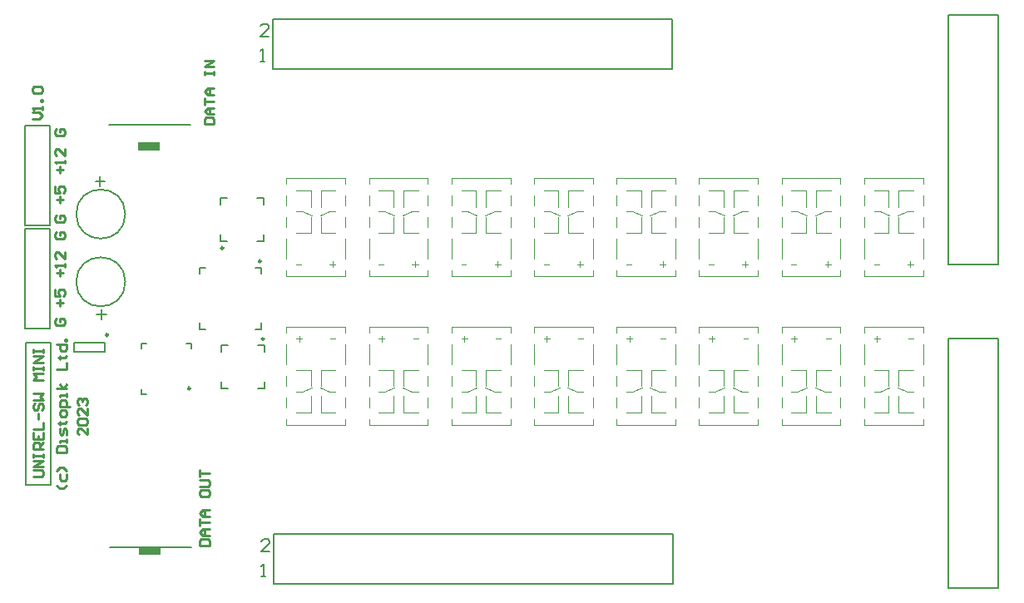
<source format=gto>
G04*
G04 #@! TF.GenerationSoftware,Altium Limited,Altium Designer,20.0.9 (164)*
G04*
G04 Layer_Color=65535*
%FSLAX25Y25*%
%MOIN*%
G70*
G01*
G75*
%ADD10C,0.00984*%
%ADD11C,0.00787*%
%ADD12C,0.00394*%
%ADD13C,0.01000*%
%ADD14C,0.00800*%
G36*
X55118Y8661D02*
X46457D01*
Y11811D01*
X55118D01*
Y8661D01*
D02*
G37*
G36*
X54724Y170866D02*
X46063D01*
Y174016D01*
X54724D01*
Y170866D01*
D02*
G37*
D10*
X34055Y96850D02*
G03*
X34055Y96850I-492J0D01*
G01*
X95374Y126378D02*
G03*
X95374Y126378I-492J0D01*
G01*
X96555Y95276D02*
G03*
X96555Y95276I-492J0D01*
G01*
X80217Y131693D02*
G03*
X80217Y131693I-492J0D01*
G01*
X67028Y75394D02*
G03*
X67028Y75394I-492J0D01*
G01*
D11*
X40945Y118110D02*
G03*
X40945Y118110I-9843J0D01*
G01*
Y145276D02*
G03*
X40945Y145276I-9843J0D01*
G01*
X34252Y181102D02*
X66929D01*
X34646Y11811D02*
X67323D01*
X1181Y36614D02*
X3543D01*
X1181D02*
Y80709D01*
Y36614D02*
X11024D01*
Y87795D01*
Y93701D01*
X1181D02*
X11024D01*
X1181Y80709D02*
Y93701D01*
X47441Y93307D02*
X49409D01*
X47441Y91339D02*
Y93307D01*
Y73228D02*
X49409D01*
X47441D02*
Y75197D01*
X67520Y91339D02*
Y93307D01*
X65551D02*
X67520D01*
X20276Y93701D02*
X32874Y93701D01*
X20276Y90158D02*
X32874Y90158D01*
Y93701D01*
X20276Y90158D02*
Y93701D01*
X100512Y-3032D02*
X260512D01*
X100512Y16969D02*
X260512D01*
X100512Y-3032D02*
Y16969D01*
X260512Y-3032D02*
Y16969D01*
X92913Y123819D02*
X95473D01*
Y121260D02*
Y123819D01*
Y101575D02*
X95473Y99016D01*
X92913D02*
X95473D01*
X70669D02*
X73228D01*
X70669D02*
Y101575D01*
Y123819D02*
X73228Y123819D01*
X70669Y121260D02*
Y123819D01*
X390827Y3051D02*
X390827Y95551D01*
X370827Y3051D02*
Y95551D01*
Y-4449D02*
Y3051D01*
Y-4449D02*
X390827Y-4449D01*
Y3051D01*
X370827Y95551D02*
X390827Y95551D01*
X260118Y203504D02*
X260118Y223504D01*
X100118Y223504D02*
X100118Y203504D01*
X100118Y223504D02*
X260118Y223504D01*
X100118Y203504D02*
X260118D01*
X370827Y124921D02*
X390827D01*
X370827Y224921D02*
X370827Y217421D01*
X370827Y224921D02*
X390827D01*
Y217421D02*
Y224921D01*
X390827Y124921D02*
X390827Y217421D01*
X370827D02*
X370827Y124921D01*
X93996Y92716D02*
X96653D01*
Y90059D02*
Y92716D01*
X96653Y75394D02*
X96653Y78051D01*
X93996Y75394D02*
X96653Y75394D01*
X79331Y75394D02*
X81988D01*
X79331Y78051D02*
X79331Y75394D01*
Y92716D02*
X81988D01*
X79331Y90059D02*
Y92716D01*
X79134Y134252D02*
X81791Y134252D01*
X79134Y134252D02*
Y136909D01*
Y148917D02*
X79134Y151575D01*
X81791Y151575D01*
X93799D02*
X96457Y151575D01*
Y148917D02*
Y151575D01*
X93799Y134252D02*
X96457D01*
X96457Y136909D02*
X96457Y134252D01*
X905Y140669D02*
X10905D01*
X905D02*
X905Y180669D01*
X10905D02*
X10905Y140669D01*
X905Y180669D02*
X10905D01*
X905Y99331D02*
X10905D01*
X905D02*
Y139331D01*
X10905Y99331D02*
Y139331D01*
X905D02*
X10905D01*
X31298Y107087D02*
Y103151D01*
X33266Y105119D02*
X29330D01*
X30907Y156299D02*
Y160235D01*
X28939Y158267D02*
X32874D01*
D12*
X303937Y100000D02*
X327559D01*
X307874Y95276D02*
X310236D01*
X309055Y94095D02*
Y96457D01*
X321654Y95276D02*
X323622D01*
X307874Y82677D02*
X313779D01*
Y76378D02*
Y82677D01*
X307874Y74016D02*
X310236Y74016D01*
X314150Y75647D01*
X307874Y65748D02*
X313779D01*
Y72441D01*
X317717Y65748D02*
Y72441D01*
Y65748D02*
X323622D01*
X317346Y75647D02*
X321260Y74016D01*
X323622Y74016D01*
X317717Y76378D02*
Y82677D01*
X323622D01*
X303937Y60630D02*
X327559D01*
Y97638D02*
Y100000D01*
X327559Y85039D02*
X327559Y92913D01*
Y76378D02*
Y80315D01*
X327559Y67716D02*
X327559Y71653D01*
Y60630D02*
Y62992D01*
X303937Y60630D02*
Y62992D01*
Y67716D02*
Y71653D01*
Y76378D02*
Y80315D01*
Y85039D02*
Y92913D01*
Y97638D02*
Y100000D01*
X270866D02*
X294488D01*
X274803Y95276D02*
X277165D01*
X275984Y94095D02*
Y96457D01*
X288583Y95276D02*
X290551D01*
X274803Y82677D02*
X280709D01*
Y76378D02*
Y82677D01*
X274803Y74016D02*
X277165Y74016D01*
X281079Y75647D01*
X274803Y65748D02*
X280709D01*
Y72441D01*
X284646Y65748D02*
Y72441D01*
Y65748D02*
X290551D01*
X284275Y75647D02*
X288189Y74016D01*
X290551Y74016D01*
X284646Y76378D02*
Y82677D01*
X290551D01*
X270866Y60630D02*
X294488D01*
Y97638D02*
Y100000D01*
X294488Y85039D02*
X294488Y92913D01*
Y76378D02*
Y80315D01*
X294488Y67716D02*
X294488Y71653D01*
Y60630D02*
Y62992D01*
X270866Y60630D02*
Y62992D01*
Y67716D02*
Y71653D01*
Y76378D02*
Y80315D01*
Y85039D02*
Y92913D01*
Y97638D02*
Y100000D01*
X237795Y100000D02*
X261417D01*
X241732Y95276D02*
X244094D01*
X242913Y94095D02*
Y96457D01*
X255512Y95276D02*
X257480D01*
X241732Y82677D02*
X247638D01*
X247638Y76378D02*
X247638Y82677D01*
X241732Y74016D02*
X244094Y74016D01*
X248008Y75647D01*
X241732Y65748D02*
X247638D01*
X247638Y72441D02*
X247638Y65748D01*
X251575D02*
X251575Y72441D01*
X251575Y65748D02*
X257480D01*
X251204Y75647D02*
X255118Y74016D01*
X257480Y74016D01*
X251575Y76378D02*
Y82677D01*
X257480D01*
X237795Y60630D02*
X261417D01*
Y97638D02*
Y100000D01*
Y85039D02*
Y92913D01*
Y76378D02*
Y80315D01*
Y67716D02*
Y71653D01*
Y60630D02*
Y62992D01*
X237795Y60630D02*
Y62992D01*
X237795Y71653D02*
X237795Y67716D01*
X237795Y76378D02*
Y80315D01*
X237795Y92913D02*
X237795Y85039D01*
X237795Y97638D02*
Y100000D01*
X204724Y100000D02*
X228346D01*
X208661Y95276D02*
X211024D01*
X209842Y94095D02*
Y96457D01*
X222441Y95276D02*
X224410D01*
X208661Y82677D02*
X214567D01*
Y76378D02*
Y82677D01*
X208661Y74016D02*
X211024Y74016D01*
X214937Y75647D01*
X208661Y65748D02*
X214567D01*
Y72441D01*
X218504Y65748D02*
Y72441D01*
Y65748D02*
X224410D01*
X218134Y75647D02*
X222047Y74016D01*
X224410Y74016D01*
X218504Y76378D02*
Y82677D01*
X224410D01*
X204724Y60630D02*
X228346D01*
Y97638D02*
Y100000D01*
X228346Y85039D02*
X228346Y92913D01*
Y76378D02*
Y80315D01*
X228346Y67716D02*
X228346Y71653D01*
Y60630D02*
Y62992D01*
X204724Y60630D02*
Y62992D01*
Y67716D02*
Y71653D01*
Y76378D02*
Y80315D01*
Y85039D02*
Y92913D01*
Y97638D02*
Y100000D01*
X327559Y120473D02*
Y122835D01*
X327559Y135433D02*
X327559Y127559D01*
X327559Y140157D02*
Y144095D01*
X327559Y152756D02*
X327559Y148819D01*
X327559Y157480D02*
Y159843D01*
X303937Y157480D02*
Y159843D01*
Y148819D02*
X303937Y152756D01*
X303937Y140157D02*
Y144095D01*
Y127559D02*
X303937Y135433D01*
X303937Y120473D02*
Y122835D01*
Y159843D02*
X327559D01*
X307874Y137795D02*
X313779D01*
Y144095D01*
X307874Y146457D02*
X310236D01*
X314150Y144826D01*
X307874Y154724D02*
X313779D01*
X313779Y148031D02*
X313779Y154724D01*
X317717D02*
X317717Y148031D01*
X317717Y154724D02*
X323622D01*
X317346Y144826D02*
X321260Y146457D01*
X323622D01*
X317717Y137795D02*
X317717Y144095D01*
X317717Y137795D02*
X323622D01*
X307874Y125197D02*
X309842D01*
X322441Y124016D02*
Y126378D01*
X321260Y125197D02*
X323622D01*
X303937Y120473D02*
X327559D01*
X270866D02*
X294488D01*
X288189Y125197D02*
X290551D01*
X289370Y124016D02*
Y126378D01*
X274803Y125197D02*
X276772D01*
X284646Y137795D02*
X290551D01*
X284646D02*
Y144095D01*
X288189Y146457D02*
X290551D01*
X284275Y144826D02*
X288189Y146457D01*
X284646Y154724D02*
X290551D01*
X284646Y148031D02*
Y154724D01*
X280709Y148031D02*
X280709Y154724D01*
X274803Y154724D02*
X280709Y154724D01*
X277165Y146457D02*
X281079Y144826D01*
X274803Y146457D02*
X277165Y146457D01*
X280709Y137795D02*
Y144095D01*
X274803Y137795D02*
X280709D01*
X270866Y159843D02*
X294488D01*
X270866Y120473D02*
Y122835D01*
Y127559D02*
X270866Y135433D01*
X270866Y140157D02*
Y144095D01*
Y148819D02*
X270866Y152756D01*
X270866Y157480D02*
Y159843D01*
X294488Y157480D02*
Y159843D01*
X294488Y148819D02*
X294488Y152756D01*
X294488Y140157D02*
Y144095D01*
X294488Y127559D02*
Y135433D01*
Y120473D02*
Y122835D01*
X237795Y120473D02*
X261417D01*
X255118Y125197D02*
X257480D01*
X256299Y124016D02*
Y126378D01*
X241732Y125197D02*
X243701D01*
X251575Y137795D02*
X257480D01*
X251575D02*
Y144095D01*
X255118Y146457D02*
X257480Y146457D01*
X251204Y144826D02*
X255118Y146457D01*
X251575Y154724D02*
X257480D01*
X251575Y148031D02*
Y154724D01*
X247638Y148031D02*
Y154724D01*
X241732D02*
X247638D01*
X244094Y146457D02*
X248008Y144826D01*
X241732Y146457D02*
X244094Y146457D01*
X247638Y137795D02*
Y144095D01*
X241732Y137795D02*
X247638D01*
X237795Y159843D02*
X261417D01*
X237795Y122835D02*
X237795Y120473D01*
Y127559D02*
Y135433D01*
X237795Y140157D02*
Y144095D01*
Y148819D02*
X237795Y152756D01*
X237795Y157480D02*
X237795Y159843D01*
X261417Y157480D02*
Y159843D01*
X261417Y148819D02*
Y152756D01*
Y140157D02*
Y144095D01*
X261417Y127559D02*
X261417Y135433D01*
X261417Y120473D02*
Y122835D01*
X337008Y97638D02*
Y100000D01*
X337008Y85039D02*
X337008Y92913D01*
X337008Y76378D02*
Y80315D01*
Y67716D02*
Y71653D01*
X337008Y60630D02*
Y62992D01*
X360630Y60630D02*
X360630Y62992D01*
X360630Y67716D02*
X360630Y71653D01*
Y76378D02*
Y80315D01*
X360630Y85039D02*
Y92913D01*
Y100000D02*
X360630Y97638D01*
X337008Y60630D02*
X360630D01*
X350787Y82677D02*
X356693D01*
X350787Y76378D02*
Y82677D01*
X354331Y74016D02*
X356693Y74016D01*
X350417Y75647D02*
X354331Y74016D01*
X350787Y65748D02*
X356693D01*
X350787D02*
Y72441D01*
X346850Y65748D02*
Y72441D01*
X340945Y65748D02*
X346850D01*
X343307Y74016D02*
X347221Y75647D01*
X340945Y74016D02*
X343307Y74016D01*
X346850Y76378D02*
Y82677D01*
X340945D02*
X346850D01*
X354724Y95276D02*
X356693D01*
X342126Y94095D02*
Y96457D01*
X340945Y95276D02*
X343307D01*
X337008Y100000D02*
X360630D01*
X171654Y97638D02*
Y100000D01*
Y85039D02*
Y92913D01*
Y76378D02*
Y80315D01*
Y67716D02*
Y71653D01*
Y60630D02*
Y62992D01*
X195276Y60630D02*
Y62992D01*
X195276Y67716D02*
X195276Y71653D01*
Y76378D02*
Y80315D01*
X195276Y85039D02*
X195276Y92913D01*
Y97638D02*
Y100000D01*
X171654Y60630D02*
X195276D01*
X185433Y82677D02*
X191339D01*
X185433Y76378D02*
Y82677D01*
X188976Y74016D02*
X191339Y74016D01*
X185063Y75647D02*
X188976Y74016D01*
X185433Y65748D02*
X191339D01*
X185433D02*
Y72441D01*
X181496Y65748D02*
Y72441D01*
X175591Y65748D02*
X181496D01*
X177953Y74016D02*
X181867Y75647D01*
X175591Y74016D02*
X177953Y74016D01*
X181496Y76378D02*
Y82677D01*
X175591D02*
X181496D01*
X189370Y95276D02*
X191339D01*
X176772Y94095D02*
Y96457D01*
X175591Y95276D02*
X177953D01*
X171654Y100000D02*
X195276D01*
X138583Y97638D02*
Y100000D01*
Y85039D02*
Y92913D01*
Y76378D02*
Y80315D01*
Y67716D02*
Y71653D01*
Y60630D02*
Y62992D01*
X162205Y60630D02*
Y62992D01*
X162205Y67716D02*
X162205Y71653D01*
Y76378D02*
Y80315D01*
X162205Y85039D02*
X162205Y92913D01*
Y97638D02*
Y100000D01*
X138583Y60630D02*
X162205D01*
X152362Y82677D02*
X158268D01*
X152362Y76378D02*
Y82677D01*
X155905Y74016D02*
X158268Y74016D01*
X151992Y75647D02*
X155905Y74016D01*
X152362Y65748D02*
X158268D01*
X152362D02*
Y72441D01*
X148425Y65748D02*
Y72441D01*
X142520Y65748D02*
X148425D01*
X144882Y74016D02*
X148796Y75647D01*
X142520Y74016D02*
X144882Y74016D01*
X148425Y76378D02*
Y82677D01*
X142520D02*
X148425D01*
X156299Y95276D02*
X158268D01*
X143701Y94095D02*
Y96457D01*
X142520Y95276D02*
X144882D01*
X138583Y100000D02*
X162205D01*
X105512Y97638D02*
Y100000D01*
Y85039D02*
Y92913D01*
Y76378D02*
Y80315D01*
Y67716D02*
Y71653D01*
Y60630D02*
Y62992D01*
X129134Y60630D02*
Y62992D01*
X129134Y67716D02*
X129134Y71653D01*
Y76378D02*
Y80315D01*
X129134Y85039D02*
X129134Y92913D01*
Y97638D02*
Y100000D01*
X105512Y60630D02*
X129134D01*
X119291Y82677D02*
X125197D01*
X119291Y76378D02*
Y82677D01*
X122835Y74016D02*
X125197Y74016D01*
X118921Y75647D02*
X122835Y74016D01*
X119291Y65748D02*
X125197D01*
X119291D02*
Y72441D01*
X115354Y65748D02*
Y72441D01*
X109449Y65748D02*
X115354D01*
X111811Y74016D02*
X115725Y75647D01*
X109449Y74016D02*
X111811Y74016D01*
X115354Y76378D02*
Y82677D01*
X109449D02*
X115354D01*
X123228Y95276D02*
X125197D01*
X110630Y94095D02*
Y96457D01*
X109449Y95276D02*
X111811D01*
X105512Y100000D02*
X129134D01*
X360630Y120472D02*
Y122835D01*
Y127559D02*
Y135433D01*
Y144095D02*
X360630Y140157D01*
X360630Y148819D02*
X360630Y152756D01*
Y157480D02*
Y159843D01*
X337008Y157480D02*
Y159843D01*
Y148819D02*
X337008Y152756D01*
X337008Y140157D02*
X337008Y144095D01*
X337008Y127559D02*
X337008Y135433D01*
X337008Y120472D02*
Y122835D01*
Y159843D02*
X360630D01*
X340945Y137795D02*
X346850D01*
Y144095D01*
X340945Y146457D02*
X343307Y146457D01*
X347221Y144826D01*
X340945Y154724D02*
X346850Y154724D01*
X346850Y148031D02*
X346850Y154724D01*
X350787Y148031D02*
Y154724D01*
X356693Y154724D01*
X350417Y144826D02*
X354331Y146457D01*
X356693Y146457D01*
X350787Y144095D02*
X350787Y137795D01*
X356693Y137795D01*
X340945Y125197D02*
X342913D01*
X355512Y124016D02*
Y126378D01*
X354331Y125197D02*
X356693D01*
X337008Y120472D02*
X360630D01*
X228346Y120473D02*
Y122835D01*
X228346Y135433D02*
X228346Y127559D01*
X228346Y140157D02*
Y144095D01*
X228346Y152756D02*
X228346Y148819D01*
X228346Y157480D02*
Y159843D01*
X204724Y157480D02*
X204724Y159843D01*
X204724Y148819D02*
X204724Y152756D01*
X204724Y140157D02*
Y144095D01*
X204724Y127559D02*
Y135433D01*
X204724Y122835D02*
X204724Y120473D01*
Y159843D02*
X228346D01*
X208661Y137795D02*
X214567Y137795D01*
Y144095D01*
X208661Y146457D02*
X211024D01*
X214937Y144826D01*
X208661Y154724D02*
X214567Y154724D01*
X214567Y148031D02*
X214567Y154724D01*
X218504D02*
X218504Y148031D01*
X218504Y154724D02*
X224409Y154724D01*
X218133Y144826D02*
X222047Y146457D01*
X224409D01*
X218504Y137795D02*
X218504Y144095D01*
X218504Y137795D02*
X224409Y137795D01*
X208661Y125197D02*
X210630D01*
X223228Y124016D02*
Y126378D01*
X222047Y125197D02*
X224409D01*
X204724Y120473D02*
X228346D01*
X195276Y120473D02*
Y122835D01*
Y127559D02*
X195276Y135433D01*
Y140157D02*
Y144095D01*
Y148819D02*
Y152756D01*
X195276Y157480D02*
Y159843D01*
X171653Y157480D02*
X171653Y159843D01*
X171653Y148819D02*
X171653Y152756D01*
X171653Y140157D02*
Y144095D01*
X171653Y127559D02*
Y135433D01*
X171653Y122835D02*
X171653Y120473D01*
Y159843D02*
X195276D01*
X175591Y137795D02*
X181496D01*
Y144095D01*
X175591Y146457D02*
X177953Y146457D01*
X181867Y144826D01*
X175591Y154724D02*
X181496D01*
Y148031D02*
Y154724D01*
X185433Y148031D02*
Y154724D01*
X191339D01*
X185063Y144826D02*
X188976Y146457D01*
X191339Y146457D01*
X185433Y137795D02*
Y144095D01*
Y137795D02*
X191339D01*
X175591Y125197D02*
X177559D01*
X190157Y124016D02*
Y126378D01*
X188976Y125197D02*
X191339D01*
X171653Y120473D02*
X195276D01*
X162205Y120473D02*
Y122835D01*
Y127559D02*
Y135433D01*
Y140157D02*
Y144095D01*
Y148819D02*
Y152756D01*
Y157480D02*
Y159843D01*
X138583Y157480D02*
X138583Y159843D01*
X138583Y148819D02*
X138583Y152756D01*
X138583Y140157D02*
Y144095D01*
X138583Y127559D02*
Y135433D01*
X138583Y122835D02*
X138583Y120473D01*
Y159843D02*
X162205D01*
X142520Y137795D02*
X148425D01*
Y144095D01*
X142520Y146457D02*
X144882Y146457D01*
X148796Y144826D01*
X142520Y154724D02*
X148425Y154724D01*
Y148031D02*
Y154724D01*
X152362Y154724D02*
X152362Y148031D01*
X152362Y154724D02*
X158268Y154724D01*
X151992Y144826D02*
X155905Y146457D01*
X158268Y146457D01*
X152362Y137795D02*
X152362Y144095D01*
X152362Y137795D02*
X158268Y137795D01*
X142520Y125197D02*
X144488D01*
X157087Y124016D02*
Y126378D01*
X155905Y125197D02*
X158268D01*
X138583Y120473D02*
X162205D01*
X129134Y120473D02*
Y122835D01*
Y127559D02*
Y135433D01*
Y140157D02*
Y144095D01*
Y148819D02*
Y152756D01*
Y157480D02*
Y159843D01*
X105512Y157480D02*
Y159843D01*
Y148819D02*
X105512Y152756D01*
X105512Y140157D02*
Y144095D01*
Y127559D02*
X105512Y135433D01*
X105512Y120473D02*
Y122835D01*
Y159843D02*
X129134D01*
X109449Y137795D02*
X115354D01*
Y144095D01*
X109449Y146457D02*
X111811Y146457D01*
X115725Y144826D01*
X109449Y154724D02*
X115354D01*
Y148031D02*
Y154724D01*
X119291Y148031D02*
Y154724D01*
X125197D01*
X118921Y144826D02*
X122835Y146457D01*
X125197Y146457D01*
X119291Y137795D02*
Y144095D01*
Y137795D02*
X125197D01*
X109449Y125197D02*
X111417D01*
X124016Y124016D02*
Y126378D01*
X122835Y125197D02*
X125197D01*
X105512Y120473D02*
X129134D01*
D13*
X70655Y12417D02*
X74590D01*
Y14385D01*
X73935Y15041D01*
X71311D01*
X70655Y14385D01*
Y12417D01*
X74590Y16353D02*
X71967D01*
X70655Y17665D01*
X71967Y18977D01*
X74590D01*
X72623D01*
Y16353D01*
X70655Y20289D02*
Y22913D01*
Y21601D01*
X74590D01*
Y24225D02*
X71967D01*
X70655Y25537D01*
X71967Y26848D01*
X74590D01*
X72623D01*
Y24225D01*
X70655Y34064D02*
Y32752D01*
X71311Y32096D01*
X73935D01*
X74590Y32752D01*
Y34064D01*
X73935Y34720D01*
X71311D01*
X70655Y34064D01*
Y36032D02*
X73935D01*
X74590Y36688D01*
Y38000D01*
X73935Y38656D01*
X70655D01*
Y39968D02*
Y42591D01*
Y41279D01*
X74590D01*
X13413Y103242D02*
X12757Y102586D01*
Y101274D01*
X13413Y100618D01*
X16037D01*
X16693Y101274D01*
Y102586D01*
X16037Y103242D01*
X14725D01*
Y101930D01*
Y108489D02*
Y111113D01*
X13413Y109801D02*
X16037D01*
X12757Y115049D02*
Y112425D01*
X14725D01*
X14069Y113737D01*
Y114393D01*
X14725Y115049D01*
X16037D01*
X16693Y114393D01*
Y113081D01*
X16037Y112425D01*
X14725Y120297D02*
Y122920D01*
X13413Y121608D02*
X16037D01*
X16693Y124232D02*
Y125544D01*
Y124888D01*
X12757D01*
X13413Y124232D01*
X16693Y130136D02*
Y127512D01*
X14069Y130136D01*
X13413D01*
X12757Y129480D01*
Y128168D01*
X13413Y127512D01*
Y138007D02*
X12757Y137351D01*
Y136039D01*
X13413Y135384D01*
X16037D01*
X16693Y136039D01*
Y137351D01*
X16037Y138007D01*
X14725D01*
Y136696D01*
X13413Y144580D02*
X12757Y143924D01*
Y142612D01*
X13413Y141956D01*
X16037D01*
X16693Y142612D01*
Y143924D01*
X16037Y144580D01*
X14725D01*
Y143268D01*
Y149828D02*
Y152452D01*
X13413Y151140D02*
X16037D01*
X12757Y156387D02*
Y153764D01*
X14725D01*
X14069Y155076D01*
Y155731D01*
X14725Y156387D01*
X16037D01*
X16693Y155731D01*
Y154420D01*
X16037Y153764D01*
X14725Y161635D02*
Y164259D01*
X13413Y162947D02*
X16037D01*
X16693Y165571D02*
Y166883D01*
Y166227D01*
X12757D01*
X13413Y165571D01*
X16693Y171475D02*
Y168851D01*
X14069Y171475D01*
X13413D01*
X12757Y170818D01*
Y169507D01*
X13413Y168851D01*
Y179346D02*
X12757Y178690D01*
Y177378D01*
X13413Y176722D01*
X16037D01*
X16693Y177378D01*
Y178690D01*
X16037Y179346D01*
X14725D01*
Y178034D01*
X3726Y183283D02*
X6350D01*
X7661Y184595D01*
X6350Y185907D01*
X3726D01*
X7661Y187219D02*
Y188531D01*
Y187875D01*
X3726D01*
X4382Y187219D01*
X7661Y190499D02*
X7005D01*
Y191155D01*
X7661D01*
Y190499D01*
X4382Y193779D02*
X3726Y194435D01*
Y195747D01*
X4382Y196403D01*
X7005D01*
X7661Y195747D01*
Y194435D01*
X7005Y193779D01*
X4382D01*
X4119Y39976D02*
X7399D01*
X8055Y40632D01*
Y41944D01*
X7399Y42600D01*
X4119D01*
X8055Y43912D02*
X4119D01*
X8055Y46536D01*
X4119D01*
Y47848D02*
Y49160D01*
Y48504D01*
X8055D01*
Y47848D01*
Y49160D01*
Y51128D02*
X4119D01*
Y53096D01*
X4775Y53751D01*
X6087D01*
X6743Y53096D01*
Y51128D01*
Y52440D02*
X8055Y53751D01*
X4119Y57687D02*
Y55063D01*
X8055D01*
Y57687D01*
X6087Y55063D02*
Y56375D01*
X4119Y58999D02*
X8055D01*
Y61623D01*
X6087Y62935D02*
Y65559D01*
X4775Y69494D02*
X4119Y68839D01*
Y67527D01*
X4775Y66871D01*
X5431D01*
X6087Y67527D01*
Y68839D01*
X6743Y69494D01*
X7399D01*
X8055Y68839D01*
Y67527D01*
X7399Y66871D01*
X4119Y70806D02*
X8055D01*
X6743Y72118D01*
X8055Y73430D01*
X4119D01*
X8055Y78678D02*
X4119D01*
X5431Y79990D01*
X4119Y81302D01*
X8055D01*
X4119Y82614D02*
Y83925D01*
Y83270D01*
X8055D01*
Y82614D01*
Y83925D01*
Y85893D02*
X4119D01*
X8055Y88517D01*
X4119D01*
Y89829D02*
Y91141D01*
Y90485D01*
X8055D01*
Y89829D01*
Y91141D01*
X17373Y36564D02*
X16061Y35252D01*
X14749D01*
X13437Y36564D01*
X14749Y41156D02*
Y39188D01*
X15405Y38532D01*
X16717D01*
X17373Y39188D01*
Y41156D01*
Y42467D02*
X16061Y43779D01*
X14749D01*
X13437Y42467D01*
Y49683D02*
X17373D01*
Y51651D01*
X16717Y52307D01*
X14093D01*
X13437Y51651D01*
Y49683D01*
X17373Y53619D02*
Y54931D01*
Y54275D01*
X14749D01*
Y53619D01*
X17373Y56898D02*
Y58866D01*
X16717Y59522D01*
X16061Y58866D01*
Y57555D01*
X15405Y56898D01*
X14749Y57555D01*
Y59522D01*
X14093Y61490D02*
X14749D01*
Y60834D01*
Y62146D01*
Y61490D01*
X16717D01*
X17373Y62146D01*
Y64770D02*
Y66082D01*
X16717Y66738D01*
X15405D01*
X14749Y66082D01*
Y64770D01*
X15405Y64114D01*
X16717D01*
X17373Y64770D01*
X18685Y68050D02*
X14749D01*
Y70018D01*
X15405Y70674D01*
X16717D01*
X17373Y70018D01*
Y68050D01*
Y71986D02*
Y73297D01*
Y72641D01*
X14749D01*
Y71986D01*
X17373Y75265D02*
X13437D01*
X16061D02*
X14749Y77233D01*
X16061Y75265D02*
X17373Y77233D01*
X13437Y83137D02*
X17373D01*
Y85761D01*
X14093Y87729D02*
X14749D01*
Y87072D01*
Y88384D01*
Y87729D01*
X16717D01*
X17373Y88384D01*
X13437Y92976D02*
X17373D01*
Y91008D01*
X16717Y90352D01*
X15405D01*
X14749Y91008D01*
Y92976D01*
X17373Y94288D02*
X16717D01*
Y94944D01*
X17373D01*
Y94288D01*
X25772Y59529D02*
Y56906D01*
X23148Y59529D01*
X22492D01*
X21836Y58873D01*
Y57561D01*
X22492Y56906D01*
Y60841D02*
X21836Y61497D01*
Y62809D01*
X22492Y63465D01*
X25116D01*
X25772Y62809D01*
Y61497D01*
X25116Y60841D01*
X22492D01*
X25772Y67401D02*
Y64777D01*
X23148Y67401D01*
X22492D01*
X21836Y66745D01*
Y65433D01*
X22492Y64777D01*
Y68713D02*
X21836Y69369D01*
Y70681D01*
X22492Y71337D01*
X23148D01*
X23804Y70681D01*
Y70025D01*
Y70681D01*
X24460Y71337D01*
X25116D01*
X25772Y70681D01*
Y69369D01*
X25116Y68713D01*
X72623Y181315D02*
X76559D01*
Y183283D01*
X75903Y183939D01*
X73279D01*
X72623Y183283D01*
Y181315D01*
X76559Y185251D02*
X73935D01*
X72623Y186563D01*
X73935Y187874D01*
X76559D01*
X74591D01*
Y185251D01*
X72623Y189186D02*
Y191810D01*
Y190498D01*
X76559D01*
Y193122D02*
X73935D01*
X72623Y194434D01*
X73935Y195746D01*
X76559D01*
X74591D01*
Y193122D01*
X72623Y200994D02*
Y202306D01*
Y201650D01*
X76559D01*
Y200994D01*
Y202306D01*
Y204273D02*
X72623D01*
X76559Y206897D01*
X72623D01*
D14*
X98844Y9968D02*
X95512D01*
X98844Y13301D01*
Y14134D01*
X98011Y14967D01*
X96345D01*
X95512Y14134D01*
X95512Y-32D02*
X97178D01*
X96345D01*
Y4967D01*
X95512Y4134D01*
X95118Y206504D02*
X96784D01*
X95951D01*
Y211502D01*
X95118Y210669D01*
X98450Y216504D02*
X95118D01*
X98450Y219836D01*
Y220669D01*
X97617Y221502D01*
X95951D01*
X95118Y220669D01*
M02*

</source>
